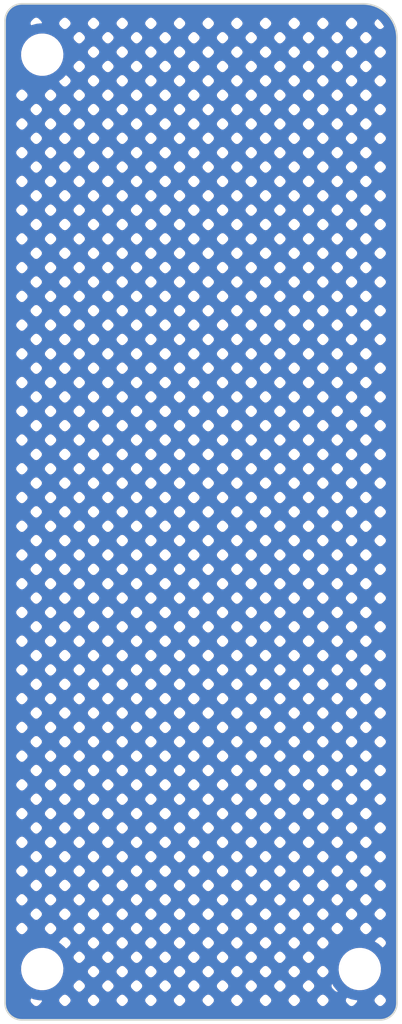
<source format=kicad_pcb>
(kicad_pcb (version 20221018) (generator pcbnew)
  (title_block (title "MRIYA MCU Cover") (rev "0.9") (comment 1 "Designed by Max Yakovlev"))
  (layers (0 "F.Cu" signal) (31 "B.Cu" signal) (34 "B.Paste" user) (35 "F.Paste" user) (36 "B.SilkS" user "B.Silkscreen") (37 "F.SilkS" user "F.Silkscreen") (38 "B.Mask" user) (39 "F.Mask" user) (44 "Edge.Cuts" user))
  (net 0 "")
  (footprint "mriya:Hole_2mm" (layer "F.Cu") (at 102.2 97)
    (fp_text reference "H2" hide)
    (fp_text value "MountingHole 2mm" hide)
    (pad "" np_thru_hole circle (at 0 0 270) (size 2 2) (drill 2) (layers "F&B.Cu" "*.Mask"))
  )
  (footprint "mriya:Hole_2mm" (layer "F.Cu") (at 121 97)
    (fp_text reference "H3" hide)
    (fp_text value "MountingHole 2mm" hide)
    (pad "" np_thru_hole circle (at 0 0 270) (size 2 2) (drill 2) (layers "F&B.Cu" "*.Mask"))
  )
  (footprint "mriya:Hole_2mm" (layer "F.Cu") (at 102.2 43)
    (fp_text reference "H1" hide)
    (fp_text value "MountingHole 2mm" hide)
    (pad "" np_thru_hole circle (at 0 0 270) (size 2 2) (drill 2) (layers "F&B.Cu" "*.Mask"))
  )
  (gr_arc (start 101 100) (mid 100.292893 99.707107) (end 100 99) (stroke (width 0.1)) (layer "Edge.Cuts"))
  (gr_arc (start 100 41) (mid 100.292893 40.292893) (end 101 40) (stroke (width 0.1)) (layer "Edge.Cuts"))
  (gr_line (start 101 100) (end 122.2 100) (stroke (width 0.1)) (layer "Edge.Cuts"))
  (gr_arc (start 123.2 99) (mid 122.907107 99.707107) (end 122.2 100) (stroke (width 0.1)) (layer "Edge.Cuts"))
  (gr_line (start 123.2 42) (end 123.2 99) (stroke (width 0.1)) (layer "Edge.Cuts"))
  (gr_line (start 100 99) (end 100 41) (stroke (width 0.1)) (layer "Edge.Cuts"))
  (gr_arc (start 121.2 40) (mid 122.614214 40.585786) (end 123.2 42) (stroke (width 0.1)) (layer "Edge.Cuts"))
  (gr_line (start 101 40) (end 121.2 40) (stroke (width 0.1)) (layer "Edge.Cuts"))
  (zone (net 0) (net_name "") (layers "F&B.Cu") (connect_pads (clearance 0.2)) (min_thickness 0.2) (fill yes (mode hatch) (thermal_gap 0.2) (thermal_bridge_width 0.2) (island_removal_mode 1) (island_area_min 10) (hatch_thickness 0.6) (hatch_gap 0.6) (hatch_orientation 45) (hatch_smoothing_level 3) (hatch_smoothing_value 1) (hatch_border_algorithm hatch_thickness) (hatch_min_hole_area 0.3))
    (polygon (pts (xy 123.4 100.27) (xy 99.7 100.27) (xy 99.8 39.77) (xy 123.5 39.77)))
  )
)
</source>
